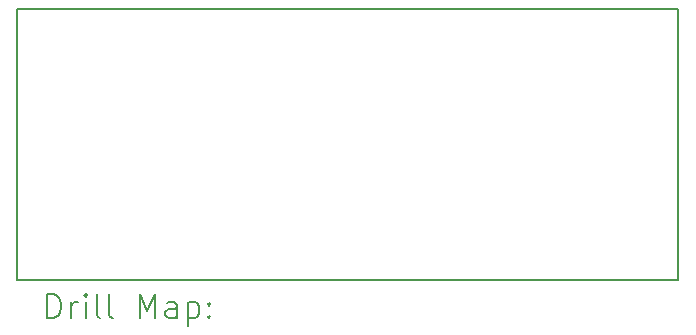
<source format=gbr>
%TF.GenerationSoftware,KiCad,Pcbnew,8.0.0-rc1*%
%TF.CreationDate,2025-04-08T13:29:52+03:00*%
%TF.ProjectId,ST_Board_V1.0,53545f42-6f61-4726-945f-56312e302e6b,rev?*%
%TF.SameCoordinates,Original*%
%TF.FileFunction,Drillmap*%
%TF.FilePolarity,Positive*%
%FSLAX45Y45*%
G04 Gerber Fmt 4.5, Leading zero omitted, Abs format (unit mm)*
G04 Created by KiCad (PCBNEW 8.0.0-rc1) date 2025-04-08 13:29:52*
%MOMM*%
%LPD*%
G01*
G04 APERTURE LIST*
%ADD10C,0.150000*%
%ADD11C,0.200000*%
G04 APERTURE END LIST*
D10*
X12000000Y-10214000D02*
X12000000Y-7914000D01*
X17596000Y-7914000D02*
X17596000Y-10214000D01*
X17596000Y-10214000D02*
X12000000Y-10214000D01*
X12000000Y-7914000D02*
X17596000Y-7914000D01*
D11*
X12253277Y-10532984D02*
X12253277Y-10332984D01*
X12253277Y-10332984D02*
X12300896Y-10332984D01*
X12300896Y-10332984D02*
X12329467Y-10342508D01*
X12329467Y-10342508D02*
X12348515Y-10361555D01*
X12348515Y-10361555D02*
X12358039Y-10380603D01*
X12358039Y-10380603D02*
X12367562Y-10418698D01*
X12367562Y-10418698D02*
X12367562Y-10447270D01*
X12367562Y-10447270D02*
X12358039Y-10485365D01*
X12358039Y-10485365D02*
X12348515Y-10504412D01*
X12348515Y-10504412D02*
X12329467Y-10523460D01*
X12329467Y-10523460D02*
X12300896Y-10532984D01*
X12300896Y-10532984D02*
X12253277Y-10532984D01*
X12453277Y-10532984D02*
X12453277Y-10399650D01*
X12453277Y-10437746D02*
X12462801Y-10418698D01*
X12462801Y-10418698D02*
X12472324Y-10409174D01*
X12472324Y-10409174D02*
X12491372Y-10399650D01*
X12491372Y-10399650D02*
X12510420Y-10399650D01*
X12577086Y-10532984D02*
X12577086Y-10399650D01*
X12577086Y-10332984D02*
X12567562Y-10342508D01*
X12567562Y-10342508D02*
X12577086Y-10352031D01*
X12577086Y-10352031D02*
X12586610Y-10342508D01*
X12586610Y-10342508D02*
X12577086Y-10332984D01*
X12577086Y-10332984D02*
X12577086Y-10352031D01*
X12700896Y-10532984D02*
X12681848Y-10523460D01*
X12681848Y-10523460D02*
X12672324Y-10504412D01*
X12672324Y-10504412D02*
X12672324Y-10332984D01*
X12805658Y-10532984D02*
X12786610Y-10523460D01*
X12786610Y-10523460D02*
X12777086Y-10504412D01*
X12777086Y-10504412D02*
X12777086Y-10332984D01*
X13034229Y-10532984D02*
X13034229Y-10332984D01*
X13034229Y-10332984D02*
X13100896Y-10475841D01*
X13100896Y-10475841D02*
X13167562Y-10332984D01*
X13167562Y-10332984D02*
X13167562Y-10532984D01*
X13348515Y-10532984D02*
X13348515Y-10428222D01*
X13348515Y-10428222D02*
X13338991Y-10409174D01*
X13338991Y-10409174D02*
X13319943Y-10399650D01*
X13319943Y-10399650D02*
X13281848Y-10399650D01*
X13281848Y-10399650D02*
X13262801Y-10409174D01*
X13348515Y-10523460D02*
X13329467Y-10532984D01*
X13329467Y-10532984D02*
X13281848Y-10532984D01*
X13281848Y-10532984D02*
X13262801Y-10523460D01*
X13262801Y-10523460D02*
X13253277Y-10504412D01*
X13253277Y-10504412D02*
X13253277Y-10485365D01*
X13253277Y-10485365D02*
X13262801Y-10466317D01*
X13262801Y-10466317D02*
X13281848Y-10456793D01*
X13281848Y-10456793D02*
X13329467Y-10456793D01*
X13329467Y-10456793D02*
X13348515Y-10447270D01*
X13443753Y-10399650D02*
X13443753Y-10599650D01*
X13443753Y-10409174D02*
X13462801Y-10399650D01*
X13462801Y-10399650D02*
X13500896Y-10399650D01*
X13500896Y-10399650D02*
X13519943Y-10409174D01*
X13519943Y-10409174D02*
X13529467Y-10418698D01*
X13529467Y-10418698D02*
X13538991Y-10437746D01*
X13538991Y-10437746D02*
X13538991Y-10494889D01*
X13538991Y-10494889D02*
X13529467Y-10513936D01*
X13529467Y-10513936D02*
X13519943Y-10523460D01*
X13519943Y-10523460D02*
X13500896Y-10532984D01*
X13500896Y-10532984D02*
X13462801Y-10532984D01*
X13462801Y-10532984D02*
X13443753Y-10523460D01*
X13624705Y-10513936D02*
X13634229Y-10523460D01*
X13634229Y-10523460D02*
X13624705Y-10532984D01*
X13624705Y-10532984D02*
X13615182Y-10523460D01*
X13615182Y-10523460D02*
X13624705Y-10513936D01*
X13624705Y-10513936D02*
X13624705Y-10532984D01*
X13624705Y-10409174D02*
X13634229Y-10418698D01*
X13634229Y-10418698D02*
X13624705Y-10428222D01*
X13624705Y-10428222D02*
X13615182Y-10418698D01*
X13615182Y-10418698D02*
X13624705Y-10409174D01*
X13624705Y-10409174D02*
X13624705Y-10428222D01*
M02*

</source>
